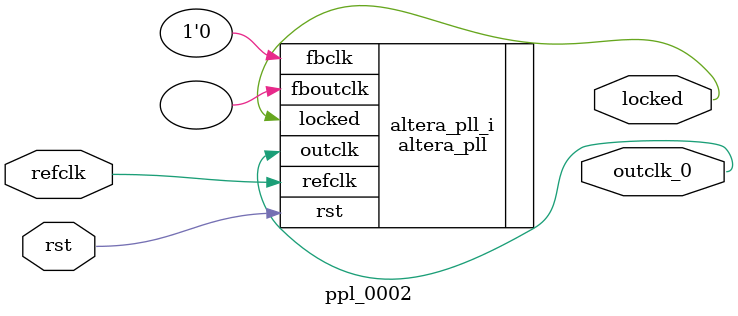
<source format=v>
`timescale 1ns/10ps
module  ppl_0002(

	// interface 'refclk'
	input wire refclk,

	// interface 'reset'
	input wire rst,

	// interface 'outclk0'
	output wire outclk_0,

	// interface 'locked'
	output wire locked
);

	altera_pll #(
		.fractional_vco_multiplier("false"),
		.reference_clock_frequency("50.0 MHz"),
		.operation_mode("direct"),
		.number_of_clocks(1),
		.output_clock_frequency0("25.000000 MHz"),
		.phase_shift0("0 ps"),
		.duty_cycle0(50),
		.output_clock_frequency1("0 MHz"),
		.phase_shift1("0 ps"),
		.duty_cycle1(50),
		.output_clock_frequency2("0 MHz"),
		.phase_shift2("0 ps"),
		.duty_cycle2(50),
		.output_clock_frequency3("0 MHz"),
		.phase_shift3("0 ps"),
		.duty_cycle3(50),
		.output_clock_frequency4("0 MHz"),
		.phase_shift4("0 ps"),
		.duty_cycle4(50),
		.output_clock_frequency5("0 MHz"),
		.phase_shift5("0 ps"),
		.duty_cycle5(50),
		.output_clock_frequency6("0 MHz"),
		.phase_shift6("0 ps"),
		.duty_cycle6(50),
		.output_clock_frequency7("0 MHz"),
		.phase_shift7("0 ps"),
		.duty_cycle7(50),
		.output_clock_frequency8("0 MHz"),
		.phase_shift8("0 ps"),
		.duty_cycle8(50),
		.output_clock_frequency9("0 MHz"),
		.phase_shift9("0 ps"),
		.duty_cycle9(50),
		.output_clock_frequency10("0 MHz"),
		.phase_shift10("0 ps"),
		.duty_cycle10(50),
		.output_clock_frequency11("0 MHz"),
		.phase_shift11("0 ps"),
		.duty_cycle11(50),
		.output_clock_frequency12("0 MHz"),
		.phase_shift12("0 ps"),
		.duty_cycle12(50),
		.output_clock_frequency13("0 MHz"),
		.phase_shift13("0 ps"),
		.duty_cycle13(50),
		.output_clock_frequency14("0 MHz"),
		.phase_shift14("0 ps"),
		.duty_cycle14(50),
		.output_clock_frequency15("0 MHz"),
		.phase_shift15("0 ps"),
		.duty_cycle15(50),
		.output_clock_frequency16("0 MHz"),
		.phase_shift16("0 ps"),
		.duty_cycle16(50),
		.output_clock_frequency17("0 MHz"),
		.phase_shift17("0 ps"),
		.duty_cycle17(50),
		.pll_type("General"),
		.pll_subtype("General")
	) altera_pll_i (
		.rst	(rst),
		.outclk	({outclk_0}),
		.locked	(locked),
		.fboutclk	( ),
		.fbclk	(1'b0),
		.refclk	(refclk)
	);
endmodule


</source>
